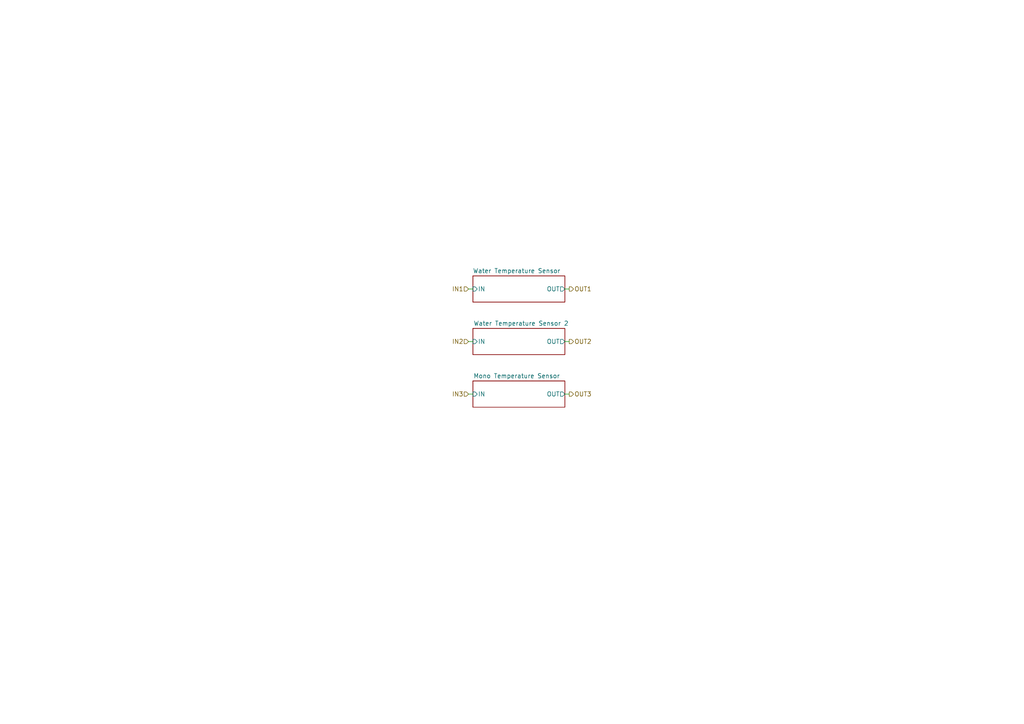
<source format=kicad_sch>
(kicad_sch (version 20230121) (generator eeschema)
  (paper "A4")
  (title_block (title "Temperature Sensors") (date "2023-07-01") (rev "${REVISION}") (company "Author: I. Kajdan") (comment 1 "Reviewer:"))
  (lib_symbols)
  (wire (pts (xy 163.83 99.06) (xy 165.1 99.06)))
  (wire (pts (xy 135.89 83.82) (xy 137.16 83.82)))
  (wire (pts (xy 135.89 114.3) (xy 137.16 114.3)))
  (wire (pts (xy 163.83 114.3) (xy 165.1 114.3)))
  (wire (pts (xy 135.89 99.06) (xy 137.16 99.06)))
  (wire (pts (xy 163.83 83.82) (xy 165.1 83.82)))
  (hierarchical_label "OUT3" (shape output) (at 165.1 114.3 0))
  (hierarchical_label "IN3" (shape input) (at 135.89 114.3 180))
  (hierarchical_label "OUT1" (shape output) (at 165.1 83.82 0))
  (hierarchical_label "IN2" (shape input) (at 135.89 99.06 180))
  (hierarchical_label "OUT2" (shape output) (at 165.1 99.06 0))
  (hierarchical_label "IN1" (shape input) (at 135.89 83.82 180))
  (sheet (at 137.16 95.25) (size 26.67 7.62)
    (property "Sheetname" "Water Temperature Sensor 2" (at 151.13 94.5384 0) (effects (justify bottom)))
    (property "Sheetfile" "temperature_sensor.kicad_sch" (effects hide))
    (pin "IN" input (at 137.16 99.06 180))
    (pin "OUT" output (at 163.83 99.06 0))
  )
  (sheet (at 137.16 80.01) (size 26.67 7.62)
    (property "Sheetname" "Water Temperature Sensor" (at 149.86 79.2984 0) (effects (justify bottom)))
    (property "Sheetfile" "temperature_sensor.kicad_sch" (effects hide))
    (pin "IN" input (at 137.16 83.82 180))
    (pin "OUT" output (at 163.83 83.82 0))
  )
  (sheet (at 137.16 110.49) (size 26.67 7.62)
    (property "Sheetname" "Mono Temperature Sensor" (at 149.86 109.7784 0) (effects (justify bottom)))
    (property "Sheetfile" "temperature_sensor.kicad_sch" (effects hide))
    (pin "IN" input (at 137.16 114.3 180))
    (pin "OUT" output (at 163.83 114.3 0))
  )
)
</source>
